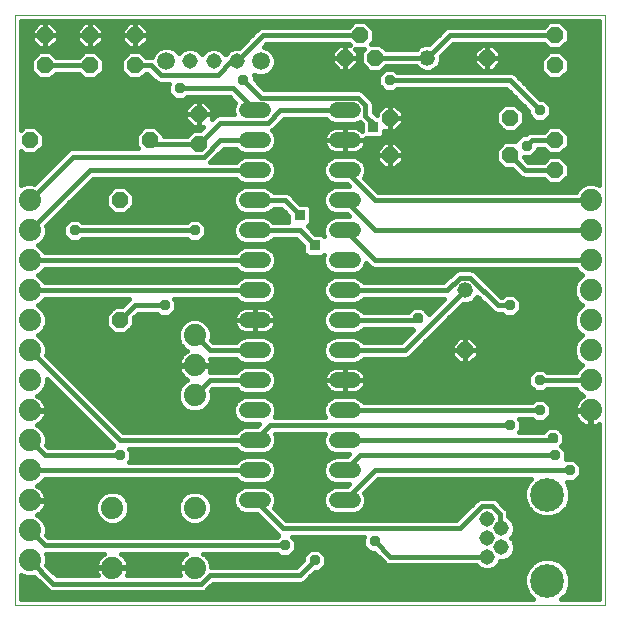
<source format=gbl>
G75*
%MOIN*%
%OFA0B0*%
%FSLAX25Y25*%
%IPPOS*%
%LPD*%
%AMOC8*
5,1,8,0,0,1.08239X$1,22.5*
%
%ADD10C,0.00000*%
%ADD11OC8,0.05200*%
%ADD12C,0.05200*%
%ADD13C,0.05150*%
%ADD14C,0.11220*%
%ADD15C,0.05200*%
%ADD16C,0.05937*%
%ADD17C,0.07400*%
%ADD18C,0.01600*%
%ADD19OC8,0.03562*%
%ADD20R,0.03562X0.03562*%
D10*
X0001800Y0001800D02*
X0001800Y0198650D01*
X0198650Y0198650D01*
X0198650Y0001800D01*
X0001800Y0001800D01*
D11*
X0036800Y0096800D03*
X0036800Y0136800D03*
X0046800Y0156800D03*
X0063050Y0155550D03*
X0063050Y0165550D03*
X0041800Y0181800D03*
X0041800Y0191800D03*
X0026800Y0191800D03*
X0026800Y0181800D03*
X0011800Y0181800D03*
X0011800Y0191800D03*
X0006800Y0156800D03*
X0111800Y0184300D03*
X0116800Y0191800D03*
X0121800Y0184300D03*
X0126800Y0164300D03*
X0126800Y0151800D03*
X0159300Y0184300D03*
X0166800Y0164300D03*
X0166800Y0151800D03*
X0181800Y0146800D03*
X0181800Y0156800D03*
X0181800Y0181800D03*
X0181800Y0191800D03*
X0151800Y0086800D03*
D12*
X0151800Y0106800D03*
X0139300Y0184300D03*
D13*
X0075924Y0183050D03*
X0068050Y0183050D03*
X0060176Y0183050D03*
X0159221Y0030599D03*
X0163946Y0027450D03*
X0159221Y0024300D03*
X0163946Y0021150D03*
X0159221Y0018001D03*
D14*
X0179300Y0009930D03*
X0179300Y0038670D03*
D15*
X0114400Y0036800D02*
X0109200Y0036800D01*
X0109200Y0046800D02*
X0114400Y0046800D01*
X0114400Y0056800D02*
X0109200Y0056800D01*
X0109200Y0066800D02*
X0114400Y0066800D01*
X0114400Y0076800D02*
X0109200Y0076800D01*
X0109200Y0086800D02*
X0114400Y0086800D01*
X0114400Y0096800D02*
X0109200Y0096800D01*
X0109200Y0106800D02*
X0114400Y0106800D01*
X0114400Y0116800D02*
X0109200Y0116800D01*
X0109200Y0126800D02*
X0114400Y0126800D01*
X0114400Y0136800D02*
X0109200Y0136800D01*
X0109200Y0146800D02*
X0114400Y0146800D01*
X0114400Y0156800D02*
X0109200Y0156800D01*
X0109200Y0166800D02*
X0114400Y0166800D01*
X0084400Y0166800D02*
X0079200Y0166800D01*
X0079200Y0156800D02*
X0084400Y0156800D01*
X0084400Y0146800D02*
X0079200Y0146800D01*
X0079200Y0136800D02*
X0084400Y0136800D01*
X0084400Y0126800D02*
X0079200Y0126800D01*
X0079200Y0116800D02*
X0084400Y0116800D01*
X0084400Y0106800D02*
X0079200Y0106800D01*
X0079200Y0096800D02*
X0084400Y0096800D01*
X0084400Y0086800D02*
X0079200Y0086800D01*
X0079200Y0076800D02*
X0084400Y0076800D01*
X0084400Y0066800D02*
X0079200Y0066800D01*
X0079200Y0056800D02*
X0084400Y0056800D01*
X0084400Y0046800D02*
X0079200Y0046800D01*
X0079200Y0036800D02*
X0084400Y0036800D01*
D16*
X0083798Y0183050D03*
X0052302Y0183050D03*
D17*
X0006800Y0136800D03*
X0006800Y0126800D03*
X0006800Y0116800D03*
X0006800Y0106800D03*
X0006800Y0096800D03*
X0006800Y0086800D03*
X0006800Y0076800D03*
X0006800Y0066800D03*
X0006800Y0056800D03*
X0006800Y0046800D03*
X0006800Y0036800D03*
X0006800Y0026800D03*
X0006800Y0016800D03*
X0034300Y0014300D03*
X0034300Y0034300D03*
X0061800Y0034300D03*
X0061800Y0014300D03*
X0061800Y0071800D03*
X0061800Y0081800D03*
X0061800Y0091800D03*
X0193800Y0086800D03*
X0193800Y0076800D03*
X0193800Y0066800D03*
X0193800Y0096800D03*
X0193800Y0106800D03*
X0193800Y0116800D03*
X0193800Y0126800D03*
X0193800Y0136800D03*
D18*
X0121800Y0136800D01*
X0111800Y0146800D01*
X0112440Y0142200D02*
X0108285Y0142200D01*
X0106594Y0142900D01*
X0105300Y0144194D01*
X0104600Y0145885D01*
X0104600Y0147715D01*
X0105300Y0149406D01*
X0106594Y0150700D01*
X0108285Y0151400D01*
X0115315Y0151400D01*
X0117006Y0150700D01*
X0118300Y0149406D01*
X0119000Y0147715D01*
X0119000Y0145885D01*
X0118319Y0144241D01*
X0122960Y0139600D01*
X0188790Y0139600D01*
X0188968Y0140029D01*
X0190571Y0141632D01*
X0192666Y0142500D01*
X0194934Y0142500D01*
X0196650Y0141789D01*
X0196650Y0196650D01*
X0003800Y0196650D01*
X0003800Y0160305D01*
X0004895Y0161400D01*
X0008705Y0161400D01*
X0011400Y0158705D01*
X0011400Y0154895D01*
X0008705Y0152200D01*
X0004895Y0152200D01*
X0003800Y0153295D01*
X0003800Y0141727D01*
X0005666Y0142500D01*
X0007934Y0142500D01*
X0008363Y0142322D01*
X0018976Y0152936D01*
X0019764Y0153724D01*
X0020793Y0154150D01*
X0042945Y0154150D01*
X0042200Y0154895D01*
X0042200Y0158705D01*
X0044895Y0161400D01*
X0048705Y0161400D01*
X0051400Y0158705D01*
X0051400Y0158350D01*
X0059345Y0158350D01*
X0061145Y0160150D01*
X0063690Y0160150D01*
X0064690Y0161150D01*
X0063050Y0161150D01*
X0063050Y0165550D01*
X0063050Y0165550D01*
X0063050Y0169950D01*
X0064873Y0169950D01*
X0067450Y0167373D01*
X0067450Y0165550D01*
X0063050Y0165550D01*
X0063050Y0165550D01*
X0063050Y0165550D01*
X0063050Y0165550D01*
X0058650Y0165550D01*
X0058650Y0167373D01*
X0061227Y0169950D01*
X0063050Y0169950D01*
X0063050Y0165550D01*
X0067450Y0165550D01*
X0067450Y0163910D01*
X0067726Y0164186D01*
X0068514Y0164974D01*
X0069543Y0165400D01*
X0074801Y0165400D01*
X0074600Y0165885D01*
X0074600Y0167715D01*
X0075281Y0169359D01*
X0073360Y0171280D01*
X0059347Y0171280D01*
X0058366Y0170299D01*
X0055234Y0170299D01*
X0053019Y0172514D01*
X0053019Y0175646D01*
X0053054Y0175681D01*
X0049853Y0175681D01*
X0048824Y0176108D01*
X0048036Y0176895D01*
X0045931Y0179000D01*
X0045505Y0179000D01*
X0043705Y0177200D01*
X0039895Y0177200D01*
X0037200Y0179895D01*
X0037200Y0183705D01*
X0039895Y0186400D01*
X0043705Y0186400D01*
X0045505Y0184600D01*
X0047566Y0184600D01*
X0048090Y0185864D01*
X0049488Y0187262D01*
X0051314Y0188018D01*
X0053290Y0188018D01*
X0055116Y0187262D01*
X0056514Y0185864D01*
X0056516Y0185860D01*
X0057585Y0186928D01*
X0059266Y0187625D01*
X0061086Y0187625D01*
X0062767Y0186928D01*
X0064054Y0185641D01*
X0064113Y0185500D01*
X0064172Y0185641D01*
X0065459Y0186928D01*
X0067140Y0187625D01*
X0068960Y0187625D01*
X0070641Y0186928D01*
X0071928Y0185641D01*
X0071987Y0185500D01*
X0072046Y0185641D01*
X0073333Y0186928D01*
X0075014Y0187625D01*
X0076539Y0187625D01*
X0082300Y0193386D01*
X0083088Y0194174D01*
X0084117Y0194600D01*
X0113095Y0194600D01*
X0114895Y0196400D01*
X0118705Y0196400D01*
X0121400Y0193705D01*
X0121400Y0189895D01*
X0120405Y0188900D01*
X0123705Y0188900D01*
X0125505Y0187100D01*
X0135595Y0187100D01*
X0136694Y0188200D01*
X0138385Y0188900D01*
X0139940Y0188900D01*
X0144426Y0193386D01*
X0145214Y0194174D01*
X0146243Y0194600D01*
X0178095Y0194600D01*
X0179895Y0196400D01*
X0183705Y0196400D01*
X0186400Y0193705D01*
X0186400Y0189895D01*
X0183705Y0187200D01*
X0179895Y0187200D01*
X0178095Y0189000D01*
X0147960Y0189000D01*
X0143900Y0184940D01*
X0143900Y0183385D01*
X0143200Y0181694D01*
X0141906Y0180400D01*
X0140215Y0179700D01*
X0138385Y0179700D01*
X0136694Y0180400D01*
X0135595Y0181500D01*
X0125505Y0181500D01*
X0123705Y0179700D01*
X0119895Y0179700D01*
X0117200Y0182395D01*
X0117200Y0186205D01*
X0118195Y0187200D01*
X0115123Y0187200D01*
X0116200Y0186123D01*
X0116200Y0184300D01*
X0111800Y0184300D01*
X0111800Y0184300D01*
X0111800Y0184300D01*
X0111800Y0188700D01*
X0113395Y0188700D01*
X0113095Y0189000D01*
X0085834Y0189000D01*
X0084833Y0187999D01*
X0086612Y0187262D01*
X0088010Y0185864D01*
X0088767Y0184038D01*
X0088767Y0182062D01*
X0088010Y0180236D01*
X0086612Y0178838D01*
X0084786Y0178081D01*
X0082810Y0178081D01*
X0081582Y0178590D01*
X0081733Y0178440D01*
X0081733Y0177052D01*
X0084985Y0173800D01*
X0116697Y0173800D01*
X0117726Y0173374D01*
X0118513Y0172586D01*
X0120186Y0170913D01*
X0120974Y0170126D01*
X0121400Y0169097D01*
X0121400Y0166160D01*
X0122400Y0165160D01*
X0122400Y0166123D01*
X0124977Y0168700D01*
X0126800Y0168700D01*
X0126800Y0164300D01*
X0126800Y0164300D01*
X0131200Y0164300D01*
X0131200Y0166123D01*
X0128623Y0168700D01*
X0126800Y0168700D01*
X0126800Y0164300D01*
X0126800Y0164300D01*
X0131200Y0164300D01*
X0131200Y0162477D01*
X0128623Y0159900D01*
X0126800Y0159900D01*
X0126800Y0164300D01*
X0126800Y0164300D01*
X0126800Y0159900D01*
X0124977Y0159900D01*
X0124946Y0159932D01*
X0124946Y0158555D01*
X0123774Y0157384D01*
X0118762Y0157384D01*
X0118800Y0157146D01*
X0118800Y0156800D01*
X0111800Y0156800D01*
X0111800Y0156800D01*
X0111800Y0156800D01*
X0111800Y0161200D01*
X0114746Y0161200D01*
X0115430Y0161092D01*
X0116089Y0160878D01*
X0116706Y0160563D01*
X0117266Y0160156D01*
X0117384Y0160039D01*
X0117384Y0162257D01*
X0116818Y0162822D01*
X0115315Y0162200D01*
X0108285Y0162200D01*
X0106594Y0162900D01*
X0105495Y0164000D01*
X0091500Y0164000D01*
X0088513Y0161014D01*
X0087726Y0160226D01*
X0087551Y0160154D01*
X0088300Y0159406D01*
X0089000Y0157715D01*
X0089000Y0155885D01*
X0088300Y0154194D01*
X0087006Y0152900D01*
X0085315Y0152200D01*
X0078285Y0152200D01*
X0076594Y0152900D01*
X0075495Y0154000D01*
X0071400Y0154000D01*
X0067163Y0149764D01*
X0066999Y0149600D01*
X0075495Y0149600D01*
X0076594Y0150700D01*
X0078285Y0151400D01*
X0085315Y0151400D01*
X0087006Y0150700D01*
X0088300Y0149406D01*
X0089000Y0147715D01*
X0089000Y0145885D01*
X0088300Y0144194D01*
X0087006Y0142900D01*
X0085315Y0142200D01*
X0078285Y0142200D01*
X0076594Y0142900D01*
X0075495Y0144000D01*
X0027960Y0144000D01*
X0012322Y0128363D01*
X0012500Y0127934D01*
X0012500Y0125666D01*
X0011632Y0123571D01*
X0010029Y0121968D01*
X0009624Y0121800D01*
X0010029Y0121632D01*
X0011632Y0120029D01*
X0011810Y0119600D01*
X0075495Y0119600D01*
X0076594Y0120700D01*
X0078285Y0121400D01*
X0085315Y0121400D01*
X0087006Y0120700D01*
X0088300Y0119406D01*
X0089000Y0117715D01*
X0089000Y0115885D01*
X0088300Y0114194D01*
X0087006Y0112900D01*
X0085315Y0112200D01*
X0078285Y0112200D01*
X0076594Y0112900D01*
X0075495Y0114000D01*
X0011810Y0114000D01*
X0011632Y0113571D01*
X0010029Y0111968D01*
X0009624Y0111800D01*
X0010029Y0111632D01*
X0011632Y0110029D01*
X0011810Y0109600D01*
X0075495Y0109600D01*
X0076594Y0110700D01*
X0078285Y0111400D01*
X0085315Y0111400D01*
X0087006Y0110700D01*
X0088300Y0109406D01*
X0089000Y0107715D01*
X0089000Y0105885D01*
X0088300Y0104194D01*
X0087006Y0102900D01*
X0085315Y0102200D01*
X0078285Y0102200D01*
X0076594Y0102900D01*
X0075495Y0104000D01*
X0054947Y0104000D01*
X0055581Y0103366D01*
X0055581Y0100234D01*
X0053366Y0098019D01*
X0050234Y0098019D01*
X0049253Y0099000D01*
X0042960Y0099000D01*
X0041400Y0097440D01*
X0041400Y0094895D01*
X0038705Y0092200D01*
X0034895Y0092200D01*
X0032200Y0094895D01*
X0032200Y0098705D01*
X0034895Y0101400D01*
X0037440Y0101400D01*
X0039426Y0103386D01*
X0040040Y0104000D01*
X0011810Y0104000D01*
X0011632Y0103571D01*
X0010029Y0101968D01*
X0009624Y0101800D01*
X0010029Y0101632D01*
X0011632Y0100029D01*
X0012500Y0097934D01*
X0012500Y0095666D01*
X0011632Y0093571D01*
X0010029Y0091968D01*
X0009624Y0091800D01*
X0010029Y0091632D01*
X0011632Y0090029D01*
X0012500Y0087934D01*
X0012500Y0085666D01*
X0012322Y0085237D01*
X0037960Y0059600D01*
X0075495Y0059600D01*
X0076594Y0060700D01*
X0078285Y0061400D01*
X0082440Y0061400D01*
X0083240Y0062200D01*
X0078285Y0062200D01*
X0076594Y0062900D01*
X0075300Y0064194D01*
X0074600Y0065885D01*
X0074600Y0067715D01*
X0075300Y0069406D01*
X0076594Y0070700D01*
X0078285Y0071400D01*
X0085315Y0071400D01*
X0087006Y0070700D01*
X0088300Y0069406D01*
X0089000Y0067715D01*
X0089000Y0065885D01*
X0088468Y0064600D01*
X0105132Y0064600D01*
X0104600Y0065885D01*
X0104600Y0067715D01*
X0105300Y0069406D01*
X0106594Y0070700D01*
X0108285Y0071400D01*
X0115315Y0071400D01*
X0117006Y0070700D01*
X0118105Y0069600D01*
X0174253Y0069600D01*
X0175234Y0070581D01*
X0178366Y0070581D01*
X0180581Y0068366D01*
X0180581Y0065234D01*
X0178366Y0063019D01*
X0175234Y0063019D01*
X0174253Y0064000D01*
X0169947Y0064000D01*
X0170581Y0063366D01*
X0170581Y0060234D01*
X0169947Y0059600D01*
X0178028Y0059600D01*
X0179621Y0061194D01*
X0182754Y0061194D01*
X0184969Y0058979D01*
X0184969Y0055846D01*
X0184035Y0054912D01*
X0185581Y0053366D01*
X0185581Y0050581D01*
X0188366Y0050581D01*
X0190581Y0048366D01*
X0190581Y0045234D01*
X0188366Y0043019D01*
X0185714Y0043019D01*
X0185752Y0042981D01*
X0186910Y0040184D01*
X0186910Y0037156D01*
X0185752Y0034359D01*
X0183611Y0032218D01*
X0180814Y0031060D01*
X0177786Y0031060D01*
X0174989Y0032218D01*
X0172848Y0034359D01*
X0171690Y0037156D01*
X0171690Y0040184D01*
X0172848Y0042981D01*
X0173867Y0044000D01*
X0122960Y0044000D01*
X0118319Y0039359D01*
X0119000Y0037715D01*
X0119000Y0035885D01*
X0118300Y0034194D01*
X0117006Y0032900D01*
X0115315Y0032200D01*
X0108285Y0032200D01*
X0106594Y0032900D01*
X0105300Y0034194D01*
X0104600Y0035885D01*
X0104600Y0037715D01*
X0105300Y0039406D01*
X0106594Y0040700D01*
X0108285Y0041400D01*
X0112440Y0041400D01*
X0113240Y0042200D01*
X0108285Y0042200D01*
X0106594Y0042900D01*
X0105300Y0044194D01*
X0104600Y0045885D01*
X0104600Y0047715D01*
X0105300Y0049406D01*
X0106594Y0050700D01*
X0108285Y0051400D01*
X0112440Y0051400D01*
X0113240Y0052200D01*
X0108285Y0052200D01*
X0106594Y0052900D01*
X0105300Y0054194D01*
X0104600Y0055885D01*
X0104600Y0057715D01*
X0105132Y0059000D01*
X0088468Y0059000D01*
X0089000Y0057715D01*
X0089000Y0055885D01*
X0088300Y0054194D01*
X0087006Y0052900D01*
X0085315Y0052200D01*
X0078285Y0052200D01*
X0076594Y0052900D01*
X0075495Y0054000D01*
X0039947Y0054000D01*
X0040581Y0053366D01*
X0040581Y0050234D01*
X0039947Y0049600D01*
X0075495Y0049600D01*
X0076594Y0050700D01*
X0078285Y0051400D01*
X0085315Y0051400D01*
X0087006Y0050700D01*
X0088300Y0049406D01*
X0089000Y0047715D01*
X0089000Y0045885D01*
X0088300Y0044194D01*
X0087006Y0042900D01*
X0085315Y0042200D01*
X0078285Y0042200D01*
X0076594Y0042900D01*
X0075495Y0044000D01*
X0011810Y0044000D01*
X0011632Y0043571D01*
X0010029Y0041968D01*
X0009336Y0041681D01*
X0009683Y0041504D01*
X0010383Y0040995D01*
X0010995Y0040383D01*
X0011504Y0039683D01*
X0011897Y0038911D01*
X0012165Y0038088D01*
X0012300Y0037233D01*
X0012300Y0037000D01*
X0007000Y0037000D01*
X0007000Y0036600D01*
X0012300Y0036600D01*
X0012300Y0036367D01*
X0012165Y0035512D01*
X0011897Y0034689D01*
X0011504Y0033917D01*
X0010995Y0033217D01*
X0010383Y0032605D01*
X0009683Y0032096D01*
X0009336Y0031919D01*
X0010029Y0031632D01*
X0011632Y0030029D01*
X0012500Y0027934D01*
X0012500Y0025666D01*
X0012322Y0025237D01*
X0012960Y0024600D01*
X0089253Y0024600D01*
X0089680Y0025028D01*
X0089564Y0025076D01*
X0088777Y0025864D01*
X0088777Y0025864D01*
X0082440Y0032200D01*
X0078285Y0032200D01*
X0076594Y0032900D01*
X0075300Y0034194D01*
X0074600Y0035885D01*
X0074600Y0037715D01*
X0075300Y0039406D01*
X0076594Y0040700D01*
X0078285Y0041400D01*
X0085315Y0041400D01*
X0087006Y0040700D01*
X0088300Y0039406D01*
X0089000Y0037715D01*
X0089000Y0035885D01*
X0088319Y0034241D01*
X0092310Y0030250D01*
X0149008Y0030250D01*
X0155906Y0037148D01*
X0156935Y0037574D01*
X0161507Y0037574D01*
X0162537Y0037148D01*
X0164982Y0034702D01*
X0164982Y0034702D01*
X0165770Y0033915D01*
X0166196Y0032885D01*
X0166196Y0031469D01*
X0166537Y0031328D01*
X0167824Y0030041D01*
X0168520Y0028360D01*
X0168520Y0026540D01*
X0167824Y0024858D01*
X0167266Y0024300D01*
X0167824Y0023742D01*
X0168520Y0022060D01*
X0168520Y0020240D01*
X0167824Y0018559D01*
X0166537Y0017272D01*
X0164856Y0016576D01*
X0163583Y0016576D01*
X0163100Y0015409D01*
X0161813Y0014122D01*
X0160131Y0013426D01*
X0158311Y0013426D01*
X0156630Y0014122D01*
X0155552Y0015201D01*
X0126290Y0015201D01*
X0125261Y0015627D01*
X0124473Y0016415D01*
X0121621Y0019267D01*
X0120234Y0019267D01*
X0118019Y0021482D01*
X0118019Y0024614D01*
X0118054Y0024650D01*
X0094298Y0024650D01*
X0095581Y0023366D01*
X0095581Y0020234D01*
X0093366Y0018019D01*
X0090234Y0018019D01*
X0089253Y0019000D01*
X0064688Y0019000D01*
X0065383Y0018495D01*
X0065995Y0017883D01*
X0066504Y0017183D01*
X0066897Y0016411D01*
X0067165Y0015588D01*
X0067300Y0014733D01*
X0067300Y0014600D01*
X0095640Y0014600D01*
X0098019Y0016979D01*
X0098019Y0018366D01*
X0100234Y0020581D01*
X0103366Y0020581D01*
X0105581Y0018366D01*
X0105581Y0015234D01*
X0103366Y0013019D01*
X0101979Y0013019D01*
X0098386Y0009426D01*
X0097357Y0009000D01*
X0067955Y0009000D01*
X0066369Y0007414D01*
X0065581Y0006626D01*
X0064552Y0006200D01*
X0014043Y0006200D01*
X0013014Y0006626D01*
X0012226Y0007414D01*
X0008363Y0011278D01*
X0007934Y0011100D01*
X0005666Y0011100D01*
X0003800Y0011873D01*
X0003800Y0003800D01*
X0174667Y0003800D01*
X0172848Y0005619D01*
X0171690Y0008416D01*
X0171690Y0011444D01*
X0172848Y0014241D01*
X0174989Y0016382D01*
X0177786Y0017540D01*
X0180814Y0017540D01*
X0183611Y0016382D01*
X0185752Y0014241D01*
X0186910Y0011444D01*
X0186910Y0008416D01*
X0185752Y0005619D01*
X0183933Y0003800D01*
X0196650Y0003800D01*
X0196650Y0062080D01*
X0195911Y0061703D01*
X0195088Y0061435D01*
X0194233Y0061300D01*
X0194000Y0061300D01*
X0194000Y0066600D01*
X0193600Y0066600D01*
X0193600Y0061300D01*
X0193367Y0061300D01*
X0192512Y0061435D01*
X0191689Y0061703D01*
X0190917Y0062096D01*
X0190217Y0062605D01*
X0189605Y0063217D01*
X0189096Y0063917D01*
X0188703Y0064689D01*
X0188435Y0065512D01*
X0188300Y0066367D01*
X0188300Y0066600D01*
X0193600Y0066600D01*
X0193600Y0067000D01*
X0188300Y0067000D01*
X0188300Y0067233D01*
X0188435Y0068088D01*
X0188703Y0068911D01*
X0189096Y0069683D01*
X0189605Y0070383D01*
X0190217Y0070995D01*
X0190917Y0071504D01*
X0191264Y0071681D01*
X0190571Y0071968D01*
X0188968Y0073571D01*
X0188790Y0074000D01*
X0179347Y0074000D01*
X0178366Y0073019D01*
X0175234Y0073019D01*
X0173019Y0075234D01*
X0173019Y0078366D01*
X0175234Y0080581D01*
X0178366Y0080581D01*
X0179347Y0079600D01*
X0188790Y0079600D01*
X0188968Y0080029D01*
X0190571Y0081632D01*
X0190976Y0081800D01*
X0190571Y0081968D01*
X0188968Y0083571D01*
X0188100Y0085666D01*
X0188100Y0087934D01*
X0188968Y0090029D01*
X0190571Y0091632D01*
X0190976Y0091800D01*
X0190571Y0091968D01*
X0188968Y0093571D01*
X0188100Y0095666D01*
X0188100Y0097934D01*
X0188968Y0100029D01*
X0190571Y0101632D01*
X0190976Y0101800D01*
X0190571Y0101968D01*
X0188968Y0103571D01*
X0188100Y0105666D01*
X0188100Y0107934D01*
X0188968Y0110029D01*
X0190571Y0111632D01*
X0190976Y0111800D01*
X0190571Y0111968D01*
X0188968Y0113571D01*
X0188790Y0114000D01*
X0121243Y0114000D01*
X0120214Y0114426D01*
X0119426Y0115214D01*
X0118928Y0115712D01*
X0118300Y0114194D01*
X0117006Y0112900D01*
X0115315Y0112200D01*
X0108285Y0112200D01*
X0106594Y0112900D01*
X0105300Y0114194D01*
X0104600Y0115885D01*
X0104600Y0117715D01*
X0104950Y0118559D01*
X0104410Y0118019D01*
X0099190Y0118019D01*
X0098019Y0119190D01*
X0098019Y0121621D01*
X0095640Y0124000D01*
X0088105Y0124000D01*
X0087006Y0122900D01*
X0085315Y0122200D01*
X0078285Y0122200D01*
X0076594Y0122900D01*
X0075300Y0124194D01*
X0074600Y0125885D01*
X0074600Y0127715D01*
X0075300Y0129406D01*
X0076594Y0130700D01*
X0078285Y0131400D01*
X0085315Y0131400D01*
X0087006Y0130700D01*
X0088105Y0129600D01*
X0093019Y0129600D01*
X0093019Y0131621D01*
X0090640Y0134000D01*
X0088105Y0134000D01*
X0087006Y0132900D01*
X0085315Y0132200D01*
X0078285Y0132200D01*
X0076594Y0132900D01*
X0075300Y0134194D01*
X0074600Y0135885D01*
X0074600Y0137715D01*
X0075300Y0139406D01*
X0076594Y0140700D01*
X0078285Y0141400D01*
X0085315Y0141400D01*
X0087006Y0140700D01*
X0088105Y0139600D01*
X0092357Y0139600D01*
X0093386Y0139174D01*
X0094174Y0138386D01*
X0096979Y0135581D01*
X0099410Y0135581D01*
X0100581Y0134410D01*
X0100581Y0129190D01*
X0099475Y0128085D01*
X0101979Y0125581D01*
X0104410Y0125581D01*
X0104950Y0125041D01*
X0104600Y0125885D01*
X0104600Y0127715D01*
X0105300Y0129406D01*
X0106594Y0130700D01*
X0108285Y0131400D01*
X0113240Y0131400D01*
X0112440Y0132200D01*
X0108285Y0132200D01*
X0106594Y0132900D01*
X0105300Y0134194D01*
X0104600Y0135885D01*
X0104600Y0137715D01*
X0105300Y0139406D01*
X0106594Y0140700D01*
X0108285Y0141400D01*
X0113240Y0141400D01*
X0112440Y0142200D01*
X0107636Y0142469D02*
X0085964Y0142469D01*
X0086593Y0140870D02*
X0107007Y0140870D01*
X0105245Y0139272D02*
X0093149Y0139272D01*
X0094886Y0137673D02*
X0104600Y0137673D01*
X0104600Y0136075D02*
X0096485Y0136075D01*
X0096800Y0131800D02*
X0091800Y0136800D01*
X0081800Y0136800D01*
X0077007Y0140870D02*
X0039235Y0140870D01*
X0038705Y0141400D02*
X0034895Y0141400D01*
X0032200Y0138705D01*
X0032200Y0134895D01*
X0034895Y0132200D01*
X0038705Y0132200D01*
X0041400Y0134895D01*
X0041400Y0138705D01*
X0038705Y0141400D01*
X0040833Y0139272D02*
X0075245Y0139272D01*
X0074600Y0137673D02*
X0041400Y0137673D01*
X0041400Y0136075D02*
X0074600Y0136075D01*
X0075183Y0134476D02*
X0040982Y0134476D01*
X0039383Y0132878D02*
X0076648Y0132878D01*
X0077994Y0131279D02*
X0015239Y0131279D01*
X0013641Y0129681D02*
X0019334Y0129681D01*
X0020234Y0130581D02*
X0018019Y0128366D01*
X0018019Y0125234D01*
X0020234Y0123019D01*
X0023366Y0123019D01*
X0024347Y0124000D01*
X0059253Y0124000D01*
X0060234Y0123019D01*
X0063366Y0123019D01*
X0065581Y0125234D01*
X0065581Y0128366D01*
X0063366Y0130581D01*
X0060234Y0130581D01*
X0059253Y0129600D01*
X0024347Y0129600D01*
X0023366Y0130581D01*
X0020234Y0130581D01*
X0021800Y0126800D02*
X0061800Y0126800D01*
X0059334Y0129681D02*
X0024266Y0129681D01*
X0023634Y0123287D02*
X0059966Y0123287D01*
X0063634Y0123287D02*
X0076208Y0123287D01*
X0075014Y0124885D02*
X0065233Y0124885D01*
X0065581Y0126484D02*
X0074600Y0126484D01*
X0074752Y0128082D02*
X0065581Y0128082D01*
X0064266Y0129681D02*
X0075576Y0129681D01*
X0081800Y0126800D02*
X0096800Y0126800D01*
X0101800Y0121800D01*
X0097952Y0121688D02*
X0009893Y0121688D01*
X0011348Y0123287D02*
X0019966Y0123287D01*
X0018367Y0124885D02*
X0012177Y0124885D01*
X0012500Y0126484D02*
X0018019Y0126484D01*
X0018019Y0128082D02*
X0012438Y0128082D01*
X0006800Y0126800D02*
X0026800Y0146800D01*
X0081800Y0146800D01*
X0077636Y0142469D02*
X0026429Y0142469D01*
X0024830Y0140870D02*
X0034365Y0140870D01*
X0032767Y0139272D02*
X0023232Y0139272D01*
X0021633Y0137673D02*
X0032200Y0137673D01*
X0032200Y0136075D02*
X0020035Y0136075D01*
X0018436Y0134476D02*
X0032618Y0134476D01*
X0034217Y0132878D02*
X0016838Y0132878D01*
X0008509Y0142469D02*
X0008009Y0142469D01*
X0005591Y0142469D02*
X0003800Y0142469D01*
X0003800Y0144068D02*
X0010108Y0144068D01*
X0011706Y0145666D02*
X0003800Y0145666D01*
X0003800Y0147265D02*
X0013305Y0147265D01*
X0014903Y0148863D02*
X0003800Y0148863D01*
X0003800Y0150462D02*
X0016502Y0150462D01*
X0018100Y0152060D02*
X0003800Y0152060D01*
X0010164Y0153659D02*
X0019699Y0153659D01*
X0021350Y0151350D02*
X0064790Y0151350D01*
X0070240Y0156800D01*
X0081800Y0156800D01*
X0087653Y0160053D02*
X0106230Y0160053D01*
X0106334Y0160156D02*
X0105844Y0159666D01*
X0105437Y0159106D01*
X0105122Y0158489D01*
X0104908Y0157830D01*
X0104800Y0157146D01*
X0104800Y0156800D01*
X0111800Y0156800D01*
X0118800Y0156800D01*
X0118800Y0156454D01*
X0118692Y0155770D01*
X0118478Y0155111D01*
X0118163Y0154494D01*
X0117756Y0153934D01*
X0117266Y0153444D01*
X0116706Y0153037D01*
X0116089Y0152722D01*
X0115430Y0152508D01*
X0114746Y0152400D01*
X0111800Y0152400D01*
X0111800Y0156800D01*
X0111800Y0156800D01*
X0111800Y0156800D01*
X0111800Y0161200D01*
X0108854Y0161200D01*
X0108170Y0161092D01*
X0107511Y0160878D01*
X0106894Y0160563D01*
X0106334Y0160156D01*
X0105111Y0158454D02*
X0088694Y0158454D01*
X0089000Y0156856D02*
X0104800Y0156856D01*
X0104800Y0156800D02*
X0104800Y0156454D01*
X0104908Y0155770D01*
X0105122Y0155111D01*
X0105437Y0154494D01*
X0105844Y0153934D01*
X0106334Y0153444D01*
X0106894Y0153037D01*
X0107511Y0152722D01*
X0108170Y0152508D01*
X0108854Y0152400D01*
X0111800Y0152400D01*
X0111800Y0156800D01*
X0104800Y0156800D01*
X0105075Y0155257D02*
X0088740Y0155257D01*
X0087764Y0153659D02*
X0106119Y0153659D01*
X0106356Y0150462D02*
X0087244Y0150462D01*
X0088524Y0148863D02*
X0105076Y0148863D01*
X0104600Y0147265D02*
X0089000Y0147265D01*
X0088909Y0145666D02*
X0104691Y0145666D01*
X0105427Y0144068D02*
X0088173Y0144068D01*
X0086952Y0132878D02*
X0091762Y0132878D01*
X0093019Y0131279D02*
X0085606Y0131279D01*
X0088024Y0129681D02*
X0093019Y0129681D01*
X0099477Y0128082D02*
X0104752Y0128082D01*
X0104600Y0126484D02*
X0101076Y0126484D01*
X0100581Y0129681D02*
X0105576Y0129681D01*
X0107994Y0131279D02*
X0100581Y0131279D01*
X0100581Y0132878D02*
X0106648Y0132878D01*
X0105183Y0134476D02*
X0100514Y0134476D01*
X0096353Y0123287D02*
X0087392Y0123287D01*
X0087616Y0120090D02*
X0098019Y0120090D01*
X0098718Y0118491D02*
X0088678Y0118491D01*
X0089000Y0116893D02*
X0104600Y0116893D01*
X0104845Y0115294D02*
X0088755Y0115294D01*
X0087801Y0113696D02*
X0105799Y0113696D01*
X0106594Y0110700D02*
X0105300Y0109406D01*
X0104600Y0107715D01*
X0104600Y0105885D01*
X0105300Y0104194D01*
X0106594Y0102900D01*
X0108285Y0102200D01*
X0115315Y0102200D01*
X0117006Y0102900D01*
X0118105Y0104000D01*
X0145040Y0104000D01*
X0139969Y0098928D01*
X0139969Y0098979D01*
X0137754Y0101194D01*
X0134621Y0101194D01*
X0133028Y0099600D01*
X0118105Y0099600D01*
X0117006Y0100700D01*
X0115315Y0101400D01*
X0108285Y0101400D01*
X0106594Y0100700D01*
X0105300Y0099406D01*
X0104600Y0097715D01*
X0104600Y0095885D01*
X0105300Y0094194D01*
X0106594Y0092900D01*
X0108285Y0092200D01*
X0115315Y0092200D01*
X0117006Y0092900D01*
X0118105Y0094000D01*
X0134253Y0094000D01*
X0134621Y0093631D01*
X0134672Y0093631D01*
X0130640Y0089600D01*
X0118105Y0089600D01*
X0117006Y0090700D01*
X0115315Y0091400D01*
X0108285Y0091400D01*
X0106594Y0090700D01*
X0105300Y0089406D01*
X0104600Y0087715D01*
X0104600Y0085885D01*
X0105300Y0084194D01*
X0106594Y0082900D01*
X0108285Y0082200D01*
X0115315Y0082200D01*
X0117006Y0082900D01*
X0118105Y0084000D01*
X0132357Y0084000D01*
X0133386Y0084426D01*
X0134174Y0085214D01*
X0151160Y0102200D01*
X0152715Y0102200D01*
X0154406Y0102900D01*
X0155700Y0104194D01*
X0155901Y0104679D01*
X0161154Y0099426D01*
X0162183Y0099000D01*
X0164253Y0099000D01*
X0165234Y0098019D01*
X0168366Y0098019D01*
X0170581Y0100234D01*
X0170581Y0103366D01*
X0168366Y0105581D01*
X0165234Y0105581D01*
X0164253Y0104600D01*
X0163900Y0104600D01*
X0155126Y0113374D01*
X0154097Y0113800D01*
X0149503Y0113800D01*
X0148474Y0113374D01*
X0144700Y0109600D01*
X0118105Y0109600D01*
X0117006Y0110700D01*
X0115315Y0111400D01*
X0108285Y0111400D01*
X0106594Y0110700D01*
X0106393Y0110499D02*
X0087207Y0110499D01*
X0088509Y0108900D02*
X0105091Y0108900D01*
X0104600Y0107302D02*
X0089000Y0107302D01*
X0088925Y0105703D02*
X0104675Y0105703D01*
X0105390Y0104105D02*
X0088210Y0104105D01*
X0086054Y0102506D02*
X0107546Y0102506D01*
X0107097Y0100908D02*
X0085996Y0100908D01*
X0086089Y0100878D02*
X0085430Y0101092D01*
X0084746Y0101200D01*
X0081800Y0101200D01*
X0081800Y0096800D01*
X0081800Y0096800D01*
X0088800Y0096800D01*
X0088800Y0097146D01*
X0088692Y0097830D01*
X0088478Y0098489D01*
X0088163Y0099106D01*
X0087756Y0099666D01*
X0087266Y0100156D01*
X0086706Y0100563D01*
X0086089Y0100878D01*
X0088016Y0099309D02*
X0105260Y0099309D01*
X0104600Y0097711D02*
X0088711Y0097711D01*
X0088800Y0096800D02*
X0081800Y0096800D01*
X0081800Y0096800D01*
X0081800Y0092400D01*
X0084746Y0092400D01*
X0085430Y0092508D01*
X0086089Y0092722D01*
X0086706Y0093037D01*
X0087266Y0093444D01*
X0087756Y0093934D01*
X0088163Y0094494D01*
X0088478Y0095111D01*
X0088692Y0095770D01*
X0088800Y0096454D01*
X0088800Y0096800D01*
X0088746Y0096112D02*
X0104600Y0096112D01*
X0105168Y0094514D02*
X0088173Y0094514D01*
X0086467Y0092915D02*
X0106579Y0092915D01*
X0108084Y0091317D02*
X0085516Y0091317D01*
X0085315Y0091400D02*
X0087006Y0090700D01*
X0088300Y0089406D01*
X0089000Y0087715D01*
X0089000Y0085885D01*
X0088300Y0084194D01*
X0087006Y0082900D01*
X0085315Y0082200D01*
X0078285Y0082200D01*
X0076594Y0082900D01*
X0075495Y0084000D01*
X0066852Y0084000D01*
X0066897Y0083911D01*
X0067165Y0083088D01*
X0067300Y0082233D01*
X0067300Y0082000D01*
X0062000Y0082000D01*
X0062000Y0081600D01*
X0067300Y0081600D01*
X0067300Y0081367D01*
X0067165Y0080512D01*
X0066897Y0079689D01*
X0066852Y0079600D01*
X0075495Y0079600D01*
X0076594Y0080700D01*
X0078285Y0081400D01*
X0085315Y0081400D01*
X0087006Y0080700D01*
X0088300Y0079406D01*
X0089000Y0077715D01*
X0089000Y0075885D01*
X0088300Y0074194D01*
X0087006Y0072900D01*
X0085315Y0072200D01*
X0078285Y0072200D01*
X0076594Y0072900D01*
X0075495Y0074000D01*
X0067960Y0074000D01*
X0067322Y0073363D01*
X0067500Y0072934D01*
X0067500Y0070666D01*
X0066632Y0068571D01*
X0065029Y0066968D01*
X0062934Y0066100D01*
X0060666Y0066100D01*
X0058571Y0066968D01*
X0056968Y0068571D01*
X0056100Y0070666D01*
X0056100Y0072934D01*
X0056968Y0075029D01*
X0058571Y0076632D01*
X0059264Y0076919D01*
X0058917Y0077096D01*
X0058217Y0077605D01*
X0057605Y0078217D01*
X0057096Y0078917D01*
X0056703Y0079689D01*
X0056435Y0080512D01*
X0056300Y0081367D01*
X0056300Y0081600D01*
X0061600Y0081600D01*
X0061600Y0082000D01*
X0056300Y0082000D01*
X0056300Y0082233D01*
X0056435Y0083088D01*
X0056703Y0083911D01*
X0057096Y0084683D01*
X0057605Y0085383D01*
X0058217Y0085995D01*
X0058917Y0086504D01*
X0059264Y0086681D01*
X0058571Y0086968D01*
X0056968Y0088571D01*
X0056100Y0090666D01*
X0056100Y0092934D01*
X0056968Y0095029D01*
X0058571Y0096632D01*
X0060666Y0097500D01*
X0062934Y0097500D01*
X0065029Y0096632D01*
X0066632Y0095029D01*
X0067500Y0092934D01*
X0067500Y0090666D01*
X0067322Y0090237D01*
X0067960Y0089600D01*
X0075495Y0089600D01*
X0076594Y0090700D01*
X0078285Y0091400D01*
X0085315Y0091400D01*
X0087987Y0089718D02*
X0105613Y0089718D01*
X0104768Y0088120D02*
X0088832Y0088120D01*
X0089000Y0086521D02*
X0104600Y0086521D01*
X0104999Y0084923D02*
X0088601Y0084923D01*
X0087429Y0083324D02*
X0106171Y0083324D01*
X0107511Y0080878D02*
X0106894Y0080563D01*
X0106334Y0080156D01*
X0105844Y0079666D01*
X0105437Y0079106D01*
X0105122Y0078489D01*
X0104908Y0077830D01*
X0104800Y0077146D01*
X0104800Y0076800D01*
X0111800Y0076800D01*
X0111800Y0076800D01*
X0111800Y0081200D01*
X0114746Y0081200D01*
X0115430Y0081092D01*
X0116089Y0080878D01*
X0116706Y0080563D01*
X0117266Y0080156D01*
X0117756Y0079666D01*
X0118163Y0079106D01*
X0118478Y0078489D01*
X0118692Y0077830D01*
X0118800Y0077146D01*
X0118800Y0076800D01*
X0111800Y0076800D01*
X0111800Y0076800D01*
X0111800Y0072400D01*
X0114746Y0072400D01*
X0115430Y0072508D01*
X0116089Y0072722D01*
X0116706Y0073037D01*
X0117266Y0073444D01*
X0117756Y0073934D01*
X0118163Y0074494D01*
X0118478Y0075111D01*
X0118692Y0075770D01*
X0118800Y0076454D01*
X0118800Y0076800D01*
X0111800Y0076800D01*
X0111800Y0076800D01*
X0111800Y0076800D01*
X0111800Y0081200D01*
X0108854Y0081200D01*
X0108170Y0081092D01*
X0107511Y0080878D01*
X0106305Y0080127D02*
X0087578Y0080127D01*
X0088663Y0078529D02*
X0105143Y0078529D01*
X0104800Y0076930D02*
X0089000Y0076930D01*
X0088771Y0075332D02*
X0105051Y0075332D01*
X0105122Y0075111D02*
X0105437Y0074494D01*
X0105844Y0073934D01*
X0106334Y0073444D01*
X0106894Y0073037D01*
X0107511Y0072722D01*
X0108170Y0072508D01*
X0108854Y0072400D01*
X0111800Y0072400D01*
X0111800Y0076800D01*
X0104800Y0076800D01*
X0104800Y0076454D01*
X0104908Y0075770D01*
X0105122Y0075111D01*
X0106044Y0073733D02*
X0087838Y0073733D01*
X0087169Y0070536D02*
X0106431Y0070536D01*
X0105106Y0068937D02*
X0088494Y0068937D01*
X0089000Y0067339D02*
X0104600Y0067339D01*
X0104660Y0065740D02*
X0088940Y0065740D01*
X0086800Y0061800D02*
X0166800Y0061800D01*
X0170581Y0062543D02*
X0190302Y0062543D01*
X0188982Y0064142D02*
X0179489Y0064142D01*
X0180581Y0065740D02*
X0188399Y0065740D01*
X0188317Y0067339D02*
X0180581Y0067339D01*
X0180010Y0068937D02*
X0188716Y0068937D01*
X0189758Y0070536D02*
X0178411Y0070536D01*
X0175189Y0070536D02*
X0117169Y0070536D01*
X0117556Y0073733D02*
X0174520Y0073733D01*
X0173019Y0075332D02*
X0118549Y0075332D01*
X0118800Y0076930D02*
X0173019Y0076930D01*
X0173181Y0078529D02*
X0118457Y0078529D01*
X0117295Y0080127D02*
X0174780Y0080127D01*
X0176800Y0076800D02*
X0193800Y0076800D01*
X0190797Y0081726D02*
X0062000Y0081726D01*
X0061600Y0081726D02*
X0015834Y0081726D01*
X0014236Y0083324D02*
X0056512Y0083324D01*
X0057270Y0084923D02*
X0012637Y0084923D01*
X0012500Y0086521D02*
X0058951Y0086521D01*
X0057419Y0088120D02*
X0012423Y0088120D01*
X0011761Y0089718D02*
X0056493Y0089718D01*
X0056100Y0091317D02*
X0010344Y0091317D01*
X0010976Y0092915D02*
X0034179Y0092915D01*
X0032581Y0094514D02*
X0012023Y0094514D01*
X0012500Y0096112D02*
X0032200Y0096112D01*
X0032200Y0097711D02*
X0012500Y0097711D01*
X0011930Y0099309D02*
X0032804Y0099309D01*
X0034402Y0100908D02*
X0010753Y0100908D01*
X0010567Y0102506D02*
X0038546Y0102506D01*
X0041800Y0101800D02*
X0051800Y0101800D01*
X0054656Y0099309D02*
X0075584Y0099309D01*
X0075437Y0099106D02*
X0075122Y0098489D01*
X0074908Y0097830D01*
X0074800Y0097146D01*
X0074800Y0096800D01*
X0081800Y0096800D01*
X0081800Y0096800D01*
X0081800Y0096800D01*
X0081800Y0101200D01*
X0078854Y0101200D01*
X0078170Y0101092D01*
X0077511Y0100878D01*
X0076894Y0100563D01*
X0076334Y0100156D01*
X0075844Y0099666D01*
X0075437Y0099106D01*
X0074889Y0097711D02*
X0041670Y0097711D01*
X0041400Y0096112D02*
X0058051Y0096112D01*
X0056754Y0094514D02*
X0041019Y0094514D01*
X0039421Y0092915D02*
X0056100Y0092915D01*
X0061800Y0091800D02*
X0066800Y0086800D01*
X0081800Y0086800D01*
X0081800Y0092400D02*
X0078854Y0092400D01*
X0078170Y0092508D01*
X0077511Y0092722D01*
X0076894Y0093037D01*
X0076334Y0093444D01*
X0075844Y0093934D01*
X0075437Y0094494D01*
X0075122Y0095111D01*
X0074908Y0095770D01*
X0074800Y0096454D01*
X0074800Y0096800D01*
X0081800Y0096800D01*
X0081800Y0092400D01*
X0081800Y0092915D02*
X0081800Y0092915D01*
X0081800Y0094514D02*
X0081800Y0094514D01*
X0081800Y0096112D02*
X0081800Y0096112D01*
X0081800Y0097711D02*
X0081800Y0097711D01*
X0081800Y0099309D02*
X0081800Y0099309D01*
X0081800Y0100908D02*
X0081800Y0100908D01*
X0077604Y0100908D02*
X0055581Y0100908D01*
X0055581Y0102506D02*
X0077546Y0102506D01*
X0081800Y0106800D02*
X0006800Y0106800D01*
X0011162Y0110499D02*
X0076393Y0110499D01*
X0075799Y0113696D02*
X0011684Y0113696D01*
X0010158Y0112097D02*
X0147198Y0112097D01*
X0145599Y0110499D02*
X0117207Y0110499D01*
X0117801Y0113696D02*
X0149252Y0113696D01*
X0150060Y0111000D02*
X0145860Y0106800D01*
X0111800Y0106800D01*
X0116054Y0102506D02*
X0143546Y0102506D01*
X0141948Y0100908D02*
X0138040Y0100908D01*
X0139638Y0099309D02*
X0140349Y0099309D01*
X0136800Y0096800D02*
X0136188Y0097412D01*
X0136800Y0096800D02*
X0111800Y0096800D01*
X0116503Y0100908D02*
X0134335Y0100908D01*
X0133955Y0092915D02*
X0117021Y0092915D01*
X0115516Y0091317D02*
X0132357Y0091317D01*
X0130758Y0089718D02*
X0117987Y0089718D01*
X0117429Y0083324D02*
X0149053Y0083324D01*
X0149977Y0082400D02*
X0147400Y0084977D01*
X0147400Y0086800D01*
X0151800Y0086800D01*
X0151800Y0086800D01*
X0151800Y0091200D01*
X0153623Y0091200D01*
X0156200Y0088623D01*
X0156200Y0086800D01*
X0151800Y0086800D01*
X0151800Y0086800D01*
X0151800Y0086800D01*
X0151800Y0091200D01*
X0149977Y0091200D01*
X0147400Y0088623D01*
X0147400Y0086800D01*
X0151800Y0086800D01*
X0156200Y0086800D01*
X0156200Y0084977D01*
X0153623Y0082400D01*
X0151800Y0082400D01*
X0151800Y0086800D01*
X0151800Y0086800D01*
X0151800Y0082400D01*
X0149977Y0082400D01*
X0151800Y0083324D02*
X0151800Y0083324D01*
X0151800Y0084923D02*
X0151800Y0084923D01*
X0151800Y0086521D02*
X0151800Y0086521D01*
X0151800Y0088120D02*
X0151800Y0088120D01*
X0151800Y0089718D02*
X0151800Y0089718D01*
X0155104Y0089718D02*
X0188839Y0089718D01*
X0188177Y0088120D02*
X0156200Y0088120D01*
X0156200Y0086521D02*
X0188100Y0086521D01*
X0188408Y0084923D02*
X0156145Y0084923D01*
X0154547Y0083324D02*
X0189215Y0083324D01*
X0189066Y0080127D02*
X0178820Y0080127D01*
X0179080Y0073733D02*
X0188901Y0073733D01*
X0190404Y0072134D02*
X0067500Y0072134D01*
X0067446Y0070536D02*
X0076431Y0070536D01*
X0075106Y0068937D02*
X0066784Y0068937D01*
X0065400Y0067339D02*
X0074600Y0067339D01*
X0074660Y0065740D02*
X0031819Y0065740D01*
X0033418Y0064142D02*
X0075353Y0064142D01*
X0077456Y0062543D02*
X0035016Y0062543D01*
X0036615Y0060945D02*
X0077186Y0060945D01*
X0081800Y0056800D02*
X0036800Y0056800D01*
X0006800Y0086800D01*
X0012500Y0077140D02*
X0034426Y0055214D01*
X0034646Y0054994D01*
X0034253Y0054600D01*
X0012960Y0054600D01*
X0012322Y0055237D01*
X0012500Y0055666D01*
X0012500Y0057934D01*
X0011632Y0060029D01*
X0010029Y0061632D01*
X0009336Y0061919D01*
X0009683Y0062096D01*
X0010383Y0062605D01*
X0010995Y0063217D01*
X0011504Y0063917D01*
X0011897Y0064689D01*
X0012165Y0065512D01*
X0012300Y0066367D01*
X0012300Y0066600D01*
X0007000Y0066600D01*
X0007000Y0067000D01*
X0012300Y0067000D01*
X0012300Y0067233D01*
X0012165Y0068088D01*
X0011897Y0068911D01*
X0011504Y0069683D01*
X0010995Y0070383D01*
X0010383Y0070995D01*
X0009683Y0071504D01*
X0009336Y0071681D01*
X0010029Y0071968D01*
X0011632Y0073571D01*
X0012500Y0075666D01*
X0012500Y0077140D01*
X0012500Y0076930D02*
X0012710Y0076930D01*
X0012361Y0075332D02*
X0014309Y0075332D01*
X0015907Y0073733D02*
X0011699Y0073733D01*
X0010196Y0072134D02*
X0017506Y0072134D01*
X0019104Y0070536D02*
X0010842Y0070536D01*
X0011884Y0068937D02*
X0020703Y0068937D01*
X0022301Y0067339D02*
X0012283Y0067339D01*
X0012201Y0065740D02*
X0023900Y0065740D01*
X0025498Y0064142D02*
X0011618Y0064142D01*
X0010298Y0062543D02*
X0027097Y0062543D01*
X0028695Y0060945D02*
X0010716Y0060945D01*
X0011915Y0059346D02*
X0030294Y0059346D01*
X0031892Y0057748D02*
X0012500Y0057748D01*
X0012500Y0056149D02*
X0033491Y0056149D01*
X0036800Y0051800D02*
X0011800Y0051800D01*
X0006800Y0056800D01*
X0006800Y0046800D02*
X0081800Y0046800D01*
X0078174Y0051354D02*
X0040581Y0051354D01*
X0040581Y0052952D02*
X0076542Y0052952D01*
X0075650Y0049755D02*
X0040103Y0049755D01*
X0035434Y0040000D02*
X0033166Y0040000D01*
X0031071Y0039132D01*
X0029468Y0037529D01*
X0028600Y0035434D01*
X0028600Y0033166D01*
X0029468Y0031071D01*
X0031071Y0029468D01*
X0033166Y0028600D01*
X0035434Y0028600D01*
X0037529Y0029468D01*
X0039132Y0031071D01*
X0040000Y0033166D01*
X0040000Y0035434D01*
X0039132Y0037529D01*
X0037529Y0039132D01*
X0035434Y0040000D01*
X0038095Y0038566D02*
X0058005Y0038566D01*
X0058571Y0039132D02*
X0056968Y0037529D01*
X0056100Y0035434D01*
X0056100Y0033166D01*
X0056968Y0031071D01*
X0058571Y0029468D01*
X0060666Y0028600D01*
X0062934Y0028600D01*
X0065029Y0029468D01*
X0066632Y0031071D01*
X0067500Y0033166D01*
X0067500Y0035434D01*
X0066632Y0037529D01*
X0065029Y0039132D01*
X0062934Y0040000D01*
X0060666Y0040000D01*
X0058571Y0039132D01*
X0056735Y0036967D02*
X0039365Y0036967D01*
X0040000Y0035369D02*
X0056100Y0035369D01*
X0056100Y0033770D02*
X0040000Y0033770D01*
X0039588Y0032172D02*
X0056512Y0032172D01*
X0057466Y0030573D02*
X0038634Y0030573D01*
X0036338Y0028975D02*
X0059762Y0028975D01*
X0063838Y0028975D02*
X0085666Y0028975D01*
X0087264Y0027376D02*
X0012500Y0027376D01*
X0012500Y0025778D02*
X0088863Y0025778D01*
X0091150Y0027450D02*
X0150168Y0027450D01*
X0157492Y0034774D01*
X0160951Y0034774D01*
X0163396Y0032328D01*
X0163396Y0027999D01*
X0163946Y0027450D01*
X0168520Y0027376D02*
X0196650Y0027376D01*
X0196650Y0025778D02*
X0168205Y0025778D01*
X0167387Y0024179D02*
X0196650Y0024179D01*
X0196650Y0022581D02*
X0168305Y0022581D01*
X0168520Y0020982D02*
X0196650Y0020982D01*
X0196650Y0019384D02*
X0168166Y0019384D01*
X0167050Y0017785D02*
X0196650Y0017785D01*
X0196650Y0016187D02*
X0183806Y0016187D01*
X0185404Y0014588D02*
X0196650Y0014588D01*
X0196650Y0012990D02*
X0186270Y0012990D01*
X0186910Y0011391D02*
X0196650Y0011391D01*
X0196650Y0009793D02*
X0186910Y0009793D01*
X0186818Y0008194D02*
X0196650Y0008194D01*
X0196650Y0006596D02*
X0186156Y0006596D01*
X0185130Y0004997D02*
X0196650Y0004997D01*
X0173470Y0004997D02*
X0003800Y0004997D01*
X0003800Y0006596D02*
X0013088Y0006596D01*
X0011446Y0008194D02*
X0003800Y0008194D01*
X0003800Y0009793D02*
X0009848Y0009793D01*
X0004963Y0011391D02*
X0003800Y0011391D01*
X0006800Y0016800D02*
X0014600Y0009000D01*
X0063995Y0009000D01*
X0066795Y0011800D01*
X0096800Y0011800D01*
X0101800Y0016800D01*
X0099036Y0019384D02*
X0094731Y0019384D01*
X0095581Y0020982D02*
X0118518Y0020982D01*
X0118019Y0022581D02*
X0095581Y0022581D01*
X0094768Y0024179D02*
X0118019Y0024179D01*
X0121800Y0023048D02*
X0126847Y0018001D01*
X0159221Y0018001D01*
X0162278Y0014588D02*
X0173196Y0014588D01*
X0172330Y0012990D02*
X0101949Y0012990D01*
X0100351Y0011391D02*
X0171690Y0011391D01*
X0171690Y0009793D02*
X0098752Y0009793D01*
X0104935Y0014588D02*
X0156164Y0014588D01*
X0163422Y0016187D02*
X0174794Y0016187D01*
X0171782Y0008194D02*
X0067149Y0008194D01*
X0065507Y0006596D02*
X0172444Y0006596D01*
X0168266Y0028975D02*
X0196650Y0028975D01*
X0196650Y0030573D02*
X0167292Y0030573D01*
X0166196Y0032172D02*
X0175102Y0032172D01*
X0173437Y0033770D02*
X0165830Y0033770D01*
X0164316Y0035369D02*
X0172430Y0035369D01*
X0171768Y0036967D02*
X0162717Y0036967D01*
X0155725Y0036967D02*
X0119000Y0036967D01*
X0118786Y0035369D02*
X0154127Y0035369D01*
X0152528Y0033770D02*
X0117876Y0033770D01*
X0118648Y0038566D02*
X0171690Y0038566D01*
X0171690Y0040164D02*
X0119124Y0040164D01*
X0120723Y0041763D02*
X0172344Y0041763D01*
X0173229Y0043361D02*
X0122321Y0043361D01*
X0121800Y0046800D02*
X0186800Y0046800D01*
X0190581Y0046558D02*
X0196650Y0046558D01*
X0196650Y0044960D02*
X0190307Y0044960D01*
X0188709Y0043361D02*
X0196650Y0043361D01*
X0196650Y0041763D02*
X0186256Y0041763D01*
X0186910Y0040164D02*
X0196650Y0040164D01*
X0196650Y0038566D02*
X0186910Y0038566D01*
X0186832Y0036967D02*
X0196650Y0036967D01*
X0196650Y0035369D02*
X0186170Y0035369D01*
X0185163Y0033770D02*
X0196650Y0033770D01*
X0196650Y0032172D02*
X0183498Y0032172D01*
X0190581Y0048157D02*
X0196650Y0048157D01*
X0196650Y0049755D02*
X0189192Y0049755D01*
X0185581Y0051354D02*
X0196650Y0051354D01*
X0196650Y0052952D02*
X0185581Y0052952D01*
X0184396Y0054551D02*
X0196650Y0054551D01*
X0196650Y0056149D02*
X0184969Y0056149D01*
X0184969Y0057748D02*
X0196650Y0057748D01*
X0196650Y0059346D02*
X0184601Y0059346D01*
X0183002Y0060945D02*
X0196650Y0060945D01*
X0194000Y0062543D02*
X0193600Y0062543D01*
X0193600Y0064142D02*
X0194000Y0064142D01*
X0194000Y0065740D02*
X0193600Y0065740D01*
X0181800Y0056800D02*
X0181188Y0057412D01*
X0181800Y0056800D02*
X0111800Y0056800D01*
X0106542Y0052952D02*
X0087058Y0052952D01*
X0088447Y0054551D02*
X0105153Y0054551D01*
X0104600Y0056149D02*
X0089000Y0056149D01*
X0088986Y0057748D02*
X0104614Y0057748D01*
X0108174Y0051354D02*
X0085426Y0051354D01*
X0087950Y0049755D02*
X0105650Y0049755D01*
X0104783Y0048157D02*
X0088817Y0048157D01*
X0089000Y0046558D02*
X0104600Y0046558D01*
X0104983Y0044960D02*
X0088617Y0044960D01*
X0087467Y0043361D02*
X0106133Y0043361D01*
X0106059Y0040164D02*
X0087541Y0040164D01*
X0088648Y0038566D02*
X0104952Y0038566D01*
X0104600Y0036967D02*
X0089000Y0036967D01*
X0088786Y0035369D02*
X0104814Y0035369D01*
X0105724Y0033770D02*
X0088790Y0033770D01*
X0090388Y0032172D02*
X0150930Y0032172D01*
X0149331Y0030573D02*
X0091987Y0030573D01*
X0091150Y0027450D02*
X0081800Y0036800D01*
X0082468Y0032172D02*
X0067088Y0032172D01*
X0067500Y0033770D02*
X0075724Y0033770D01*
X0074814Y0035369D02*
X0067500Y0035369D01*
X0066865Y0036967D02*
X0074600Y0036967D01*
X0074952Y0038566D02*
X0065595Y0038566D01*
X0066134Y0030573D02*
X0084067Y0030573D01*
X0076059Y0040164D02*
X0011154Y0040164D01*
X0012009Y0038566D02*
X0030505Y0038566D01*
X0029235Y0036967D02*
X0007000Y0036967D01*
X0009534Y0041763D02*
X0112803Y0041763D01*
X0111800Y0036800D02*
X0121800Y0046800D01*
X0116800Y0051800D02*
X0181800Y0051800D01*
X0179373Y0060945D02*
X0170581Y0060945D01*
X0176800Y0066800D02*
X0111800Y0066800D01*
X0111800Y0073733D02*
X0111800Y0073733D01*
X0111800Y0075332D02*
X0111800Y0075332D01*
X0111800Y0076930D02*
X0111800Y0076930D01*
X0111800Y0078529D02*
X0111800Y0078529D01*
X0111800Y0080127D02*
X0111800Y0080127D01*
X0111800Y0086800D02*
X0131800Y0086800D01*
X0151800Y0106800D01*
X0150060Y0111000D02*
X0153540Y0111000D01*
X0162740Y0101800D01*
X0166800Y0101800D01*
X0169656Y0099309D02*
X0188670Y0099309D01*
X0188100Y0097711D02*
X0146670Y0097711D01*
X0145072Y0096112D02*
X0188100Y0096112D01*
X0188577Y0094514D02*
X0143473Y0094514D01*
X0141875Y0092915D02*
X0189624Y0092915D01*
X0190256Y0091317D02*
X0140276Y0091317D01*
X0138678Y0089718D02*
X0148496Y0089718D01*
X0147400Y0088120D02*
X0137079Y0088120D01*
X0135481Y0086521D02*
X0147400Y0086521D01*
X0147455Y0084923D02*
X0133882Y0084923D01*
X0134174Y0085214D02*
X0134174Y0085214D01*
X0148269Y0099309D02*
X0161436Y0099309D01*
X0159672Y0100908D02*
X0149867Y0100908D01*
X0153454Y0102506D02*
X0158074Y0102506D01*
X0156475Y0104105D02*
X0155610Y0104105D01*
X0159599Y0108900D02*
X0188500Y0108900D01*
X0188100Y0107302D02*
X0161198Y0107302D01*
X0162796Y0105703D02*
X0188100Y0105703D01*
X0188747Y0104105D02*
X0169843Y0104105D01*
X0170581Y0102506D02*
X0190033Y0102506D01*
X0189847Y0100908D02*
X0170581Y0100908D01*
X0158001Y0110499D02*
X0189438Y0110499D01*
X0190442Y0112097D02*
X0156402Y0112097D01*
X0154348Y0113696D02*
X0188916Y0113696D01*
X0193800Y0116800D02*
X0121800Y0116800D01*
X0111800Y0126800D01*
X0111800Y0136800D02*
X0121800Y0126800D01*
X0193800Y0126800D01*
X0189809Y0140870D02*
X0121689Y0140870D01*
X0120091Y0142469D02*
X0179626Y0142469D01*
X0179895Y0142200D02*
X0183705Y0142200D01*
X0186400Y0144895D01*
X0186400Y0148705D01*
X0183705Y0151400D01*
X0179895Y0151400D01*
X0178095Y0149600D01*
X0172960Y0149600D01*
X0171400Y0151160D01*
X0171400Y0151191D01*
X0173964Y0151191D01*
X0176179Y0153406D01*
X0176179Y0154000D01*
X0178095Y0154000D01*
X0179895Y0152200D01*
X0183705Y0152200D01*
X0186400Y0154895D01*
X0186400Y0158705D01*
X0183705Y0161400D01*
X0179895Y0161400D01*
X0178095Y0159600D01*
X0173669Y0159600D01*
X0172640Y0159174D01*
X0172220Y0158753D01*
X0170832Y0158753D01*
X0168617Y0156538D01*
X0168617Y0156400D01*
X0164895Y0156400D01*
X0162200Y0153705D01*
X0162200Y0149895D01*
X0164895Y0147200D01*
X0167440Y0147200D01*
X0169426Y0145214D01*
X0170214Y0144426D01*
X0171243Y0144000D01*
X0178095Y0144000D01*
X0179895Y0142200D01*
X0183974Y0142469D02*
X0192591Y0142469D01*
X0195009Y0142469D02*
X0196650Y0142469D01*
X0196650Y0144068D02*
X0185573Y0144068D01*
X0186400Y0145666D02*
X0196650Y0145666D01*
X0196650Y0147265D02*
X0186400Y0147265D01*
X0186242Y0148863D02*
X0196650Y0148863D01*
X0196650Y0150462D02*
X0184644Y0150462D01*
X0185164Y0153659D02*
X0196650Y0153659D01*
X0196650Y0155257D02*
X0186400Y0155257D01*
X0186400Y0156856D02*
X0196650Y0156856D01*
X0196650Y0158454D02*
X0186400Y0158454D01*
X0185053Y0160053D02*
X0196650Y0160053D01*
X0196650Y0161651D02*
X0170657Y0161651D01*
X0171400Y0162395D02*
X0168705Y0159700D01*
X0164895Y0159700D01*
X0162200Y0162395D01*
X0162200Y0166205D01*
X0164895Y0168900D01*
X0168705Y0168900D01*
X0171400Y0166205D01*
X0171400Y0162395D01*
X0171400Y0163250D02*
X0175003Y0163250D01*
X0175234Y0163019D02*
X0178366Y0163019D01*
X0180581Y0165234D01*
X0180581Y0168366D01*
X0178366Y0170581D01*
X0176979Y0170581D01*
X0169174Y0178386D01*
X0168386Y0179174D01*
X0167357Y0179600D01*
X0129347Y0179600D01*
X0128366Y0180581D01*
X0125234Y0180581D01*
X0123019Y0178366D01*
X0123019Y0175234D01*
X0125234Y0173019D01*
X0128366Y0173019D01*
X0129347Y0174000D01*
X0165640Y0174000D01*
X0173019Y0166621D01*
X0173019Y0165234D01*
X0175234Y0163019D01*
X0173405Y0164848D02*
X0171400Y0164848D01*
X0171159Y0166447D02*
X0173019Y0166447D01*
X0171595Y0168045D02*
X0169560Y0168045D01*
X0169997Y0169644D02*
X0121173Y0169644D01*
X0121400Y0168045D02*
X0124323Y0168045D01*
X0122724Y0166447D02*
X0121400Y0166447D01*
X0118600Y0165000D02*
X0121800Y0161800D01*
X0121165Y0161165D01*
X0117384Y0161651D02*
X0089151Y0161651D01*
X0090749Y0163250D02*
X0106245Y0163250D01*
X0111800Y0160053D02*
X0111800Y0160053D01*
X0111800Y0158454D02*
X0111800Y0158454D01*
X0111800Y0156856D02*
X0111800Y0156856D01*
X0111800Y0155257D02*
X0111800Y0155257D01*
X0111800Y0153659D02*
X0111800Y0153659D01*
X0117481Y0153659D02*
X0122436Y0153659D01*
X0122400Y0153623D02*
X0122400Y0151800D01*
X0126800Y0151800D01*
X0131200Y0151800D01*
X0131200Y0153623D01*
X0128623Y0156200D01*
X0126800Y0156200D01*
X0126800Y0151800D01*
X0126800Y0151800D01*
X0126800Y0151800D01*
X0131200Y0151800D01*
X0131200Y0149977D01*
X0128623Y0147400D01*
X0126800Y0147400D01*
X0126800Y0151800D01*
X0126800Y0151800D01*
X0126800Y0151800D01*
X0126800Y0156200D01*
X0124977Y0156200D01*
X0122400Y0153623D01*
X0122400Y0152060D02*
X0069460Y0152060D01*
X0071058Y0153659D02*
X0075836Y0153659D01*
X0076356Y0150462D02*
X0067861Y0150462D01*
X0063050Y0155550D02*
X0070100Y0162600D01*
X0086140Y0162600D01*
X0090340Y0166800D01*
X0111800Y0166800D01*
X0116140Y0171000D02*
X0083825Y0171000D01*
X0077951Y0176873D01*
X0074520Y0174080D02*
X0056800Y0174080D01*
X0059310Y0171242D02*
X0073398Y0171242D01*
X0074997Y0169644D02*
X0065179Y0169644D01*
X0063050Y0169644D02*
X0063050Y0169644D01*
X0063050Y0168045D02*
X0063050Y0168045D01*
X0063050Y0166447D02*
X0063050Y0166447D01*
X0063050Y0165550D02*
X0058650Y0165550D01*
X0058650Y0163727D01*
X0061227Y0161150D01*
X0063050Y0161150D01*
X0063050Y0165550D01*
X0063050Y0164848D02*
X0063050Y0164848D01*
X0063050Y0163250D02*
X0063050Y0163250D01*
X0063050Y0161651D02*
X0063050Y0161651D01*
X0060726Y0161651D02*
X0003800Y0161651D01*
X0003800Y0163250D02*
X0059128Y0163250D01*
X0058650Y0164848D02*
X0003800Y0164848D01*
X0003800Y0166447D02*
X0058650Y0166447D01*
X0059323Y0168045D02*
X0003800Y0168045D01*
X0003800Y0169644D02*
X0060921Y0169644D01*
X0066777Y0168045D02*
X0074737Y0168045D01*
X0074600Y0166447D02*
X0067450Y0166447D01*
X0067450Y0164848D02*
X0068388Y0164848D01*
X0061047Y0160053D02*
X0050053Y0160053D01*
X0051400Y0158454D02*
X0059449Y0158454D01*
X0063050Y0155550D02*
X0048050Y0155550D01*
X0046800Y0156800D01*
X0043547Y0160053D02*
X0010053Y0160053D01*
X0011400Y0158454D02*
X0042200Y0158454D01*
X0042200Y0156856D02*
X0011400Y0156856D01*
X0011400Y0155257D02*
X0042200Y0155257D01*
X0054290Y0171242D02*
X0003800Y0171242D01*
X0003800Y0172841D02*
X0053019Y0172841D01*
X0053019Y0174439D02*
X0003800Y0174439D01*
X0003800Y0176038D02*
X0048993Y0176038D01*
X0047295Y0177636D02*
X0044142Y0177636D01*
X0039458Y0177636D02*
X0029142Y0177636D01*
X0028705Y0177200D02*
X0031400Y0179895D01*
X0031400Y0183705D01*
X0028705Y0186400D01*
X0024895Y0186400D01*
X0023095Y0184600D01*
X0015505Y0184600D01*
X0013705Y0186400D01*
X0009895Y0186400D01*
X0007200Y0183705D01*
X0007200Y0179895D01*
X0009895Y0177200D01*
X0013705Y0177200D01*
X0015505Y0179000D01*
X0023095Y0179000D01*
X0024895Y0177200D01*
X0028705Y0177200D01*
X0030740Y0179235D02*
X0037860Y0179235D01*
X0037200Y0180833D02*
X0031400Y0180833D01*
X0031400Y0182432D02*
X0037200Y0182432D01*
X0037525Y0184030D02*
X0031075Y0184030D01*
X0029477Y0185629D02*
X0039123Y0185629D01*
X0039977Y0187400D02*
X0037400Y0189977D01*
X0037400Y0191800D01*
X0041800Y0191800D01*
X0041800Y0191800D01*
X0041800Y0196200D01*
X0043623Y0196200D01*
X0046200Y0193623D01*
X0046200Y0191800D01*
X0041800Y0191800D01*
X0041800Y0191800D01*
X0041800Y0191800D01*
X0041800Y0196200D01*
X0039977Y0196200D01*
X0037400Y0193623D01*
X0037400Y0191800D01*
X0041800Y0191800D01*
X0046200Y0191800D01*
X0046200Y0189977D01*
X0043623Y0187400D01*
X0041800Y0187400D01*
X0041800Y0191800D01*
X0041800Y0191800D01*
X0041800Y0187400D01*
X0039977Y0187400D01*
X0038552Y0188826D02*
X0030048Y0188826D01*
X0031200Y0189977D02*
X0028623Y0187400D01*
X0026800Y0187400D01*
X0026800Y0191800D01*
X0026800Y0191800D01*
X0026800Y0196200D01*
X0028623Y0196200D01*
X0031200Y0193623D01*
X0031200Y0191800D01*
X0026800Y0191800D01*
X0026800Y0191800D01*
X0026800Y0191800D01*
X0022400Y0191800D01*
X0022400Y0193623D01*
X0024977Y0196200D01*
X0026800Y0196200D01*
X0026800Y0191800D01*
X0031200Y0191800D01*
X0031200Y0189977D01*
X0031200Y0190424D02*
X0037400Y0190424D01*
X0037400Y0192023D02*
X0031200Y0192023D01*
X0031200Y0193621D02*
X0037400Y0193621D01*
X0038997Y0195220D02*
X0029603Y0195220D01*
X0026800Y0195220D02*
X0026800Y0195220D01*
X0026800Y0193621D02*
X0026800Y0193621D01*
X0026800Y0192023D02*
X0026800Y0192023D01*
X0026800Y0191800D02*
X0022400Y0191800D01*
X0022400Y0189977D01*
X0024977Y0187400D01*
X0026800Y0187400D01*
X0026800Y0191800D01*
X0026800Y0191800D01*
X0026800Y0190424D02*
X0026800Y0190424D01*
X0026800Y0188826D02*
X0026800Y0188826D01*
X0023552Y0188826D02*
X0015048Y0188826D01*
X0016200Y0189977D02*
X0016200Y0191800D01*
X0016200Y0193623D01*
X0013623Y0196200D01*
X0011800Y0196200D01*
X0011800Y0191800D01*
X0011800Y0191800D01*
X0016200Y0191800D01*
X0011800Y0191800D01*
X0011800Y0191800D01*
X0011800Y0191800D01*
X0007400Y0191800D01*
X0007400Y0193623D01*
X0009977Y0196200D01*
X0011800Y0196200D01*
X0011800Y0191800D01*
X0011800Y0187400D01*
X0013623Y0187400D01*
X0016200Y0189977D01*
X0016200Y0190424D02*
X0022400Y0190424D01*
X0022400Y0192023D02*
X0016200Y0192023D01*
X0016200Y0193621D02*
X0022400Y0193621D01*
X0023997Y0195220D02*
X0014603Y0195220D01*
X0011800Y0195220D02*
X0011800Y0195220D01*
X0011800Y0193621D02*
X0011800Y0193621D01*
X0011800Y0192023D02*
X0011800Y0192023D01*
X0011800Y0191800D02*
X0007400Y0191800D01*
X0007400Y0189977D01*
X0009977Y0187400D01*
X0011800Y0187400D01*
X0011800Y0191800D01*
X0011800Y0191800D01*
X0011800Y0190424D02*
X0011800Y0190424D01*
X0011800Y0188826D02*
X0011800Y0188826D01*
X0008552Y0188826D02*
X0003800Y0188826D01*
X0003800Y0190424D02*
X0007400Y0190424D01*
X0007400Y0192023D02*
X0003800Y0192023D01*
X0003800Y0193621D02*
X0007400Y0193621D01*
X0008997Y0195220D02*
X0003800Y0195220D01*
X0003800Y0187227D02*
X0049453Y0187227D01*
X0047992Y0185629D02*
X0044477Y0185629D01*
X0045048Y0188826D02*
X0077740Y0188826D01*
X0079339Y0190424D02*
X0046200Y0190424D01*
X0046200Y0192023D02*
X0080937Y0192023D01*
X0082536Y0193621D02*
X0046200Y0193621D01*
X0044603Y0195220D02*
X0113715Y0195220D01*
X0116800Y0191800D02*
X0084674Y0191800D01*
X0075924Y0183050D01*
X0073954Y0183050D01*
X0069386Y0178481D01*
X0050410Y0178481D01*
X0047091Y0181800D01*
X0041800Y0181800D01*
X0041800Y0188826D02*
X0041800Y0188826D01*
X0041800Y0190424D02*
X0041800Y0190424D01*
X0041800Y0192023D02*
X0041800Y0192023D01*
X0041800Y0193621D02*
X0041800Y0193621D01*
X0041800Y0195220D02*
X0041800Y0195220D01*
X0055151Y0187227D02*
X0058306Y0187227D01*
X0062046Y0187227D02*
X0066180Y0187227D01*
X0064166Y0185629D02*
X0064060Y0185629D01*
X0069920Y0187227D02*
X0074054Y0187227D01*
X0072040Y0185629D02*
X0071934Y0185629D01*
X0081733Y0177636D02*
X0123019Y0177636D01*
X0123019Y0176038D02*
X0082747Y0176038D01*
X0084346Y0174439D02*
X0123813Y0174439D01*
X0126800Y0176800D02*
X0166800Y0176800D01*
X0176800Y0166800D01*
X0178597Y0163250D02*
X0196650Y0163250D01*
X0196650Y0164848D02*
X0180195Y0164848D01*
X0180581Y0166447D02*
X0196650Y0166447D01*
X0196650Y0168045D02*
X0180581Y0168045D01*
X0179304Y0169644D02*
X0196650Y0169644D01*
X0196650Y0171242D02*
X0176318Y0171242D01*
X0174719Y0172841D02*
X0196650Y0172841D01*
X0196650Y0174439D02*
X0173121Y0174439D01*
X0171522Y0176038D02*
X0196650Y0176038D01*
X0196650Y0177636D02*
X0184142Y0177636D01*
X0183705Y0177200D02*
X0186400Y0179895D01*
X0186400Y0183705D01*
X0183705Y0186400D01*
X0179895Y0186400D01*
X0177200Y0183705D01*
X0177200Y0179895D01*
X0179895Y0177200D01*
X0183705Y0177200D01*
X0185740Y0179235D02*
X0196650Y0179235D01*
X0196650Y0180833D02*
X0186400Y0180833D01*
X0186400Y0182432D02*
X0196650Y0182432D01*
X0196650Y0184030D02*
X0186075Y0184030D01*
X0184477Y0185629D02*
X0196650Y0185629D01*
X0196650Y0187227D02*
X0183733Y0187227D01*
X0185331Y0188826D02*
X0196650Y0188826D01*
X0196650Y0190424D02*
X0186400Y0190424D01*
X0186400Y0192023D02*
X0196650Y0192023D01*
X0196650Y0193621D02*
X0186400Y0193621D01*
X0184885Y0195220D02*
X0196650Y0195220D01*
X0181800Y0191800D02*
X0146800Y0191800D01*
X0139300Y0184300D01*
X0121800Y0184300D01*
X0117200Y0184030D02*
X0116200Y0184030D01*
X0116200Y0184300D02*
X0111800Y0184300D01*
X0111800Y0179900D01*
X0113623Y0179900D01*
X0116200Y0182477D01*
X0116200Y0184300D01*
X0116200Y0185629D02*
X0117200Y0185629D01*
X0117200Y0182432D02*
X0116154Y0182432D01*
X0114556Y0180833D02*
X0118761Y0180833D01*
X0123887Y0179235D02*
X0087009Y0179235D01*
X0088258Y0180833D02*
X0109044Y0180833D01*
X0109977Y0179900D02*
X0111800Y0179900D01*
X0111800Y0184300D01*
X0111800Y0184300D01*
X0111800Y0184300D01*
X0107400Y0184300D01*
X0107400Y0186123D01*
X0109977Y0188700D01*
X0111800Y0188700D01*
X0111800Y0184300D01*
X0107400Y0184300D01*
X0107400Y0182477D01*
X0109977Y0179900D01*
X0111800Y0180833D02*
X0111800Y0180833D01*
X0111800Y0182432D02*
X0111800Y0182432D01*
X0111800Y0184030D02*
X0111800Y0184030D01*
X0111800Y0185629D02*
X0111800Y0185629D01*
X0111800Y0187227D02*
X0111800Y0187227D01*
X0113269Y0188826D02*
X0085660Y0188826D01*
X0086647Y0187227D02*
X0108505Y0187227D01*
X0107400Y0185629D02*
X0088108Y0185629D01*
X0088767Y0184030D02*
X0107400Y0184030D01*
X0107446Y0182432D02*
X0088767Y0182432D01*
X0074520Y0174080D02*
X0081800Y0166800D01*
X0116140Y0171000D02*
X0118600Y0168540D01*
X0118600Y0165000D01*
X0117384Y0160053D02*
X0117370Y0160053D01*
X0118800Y0156856D02*
X0168934Y0156856D01*
X0170533Y0158454D02*
X0124845Y0158454D01*
X0126800Y0160053D02*
X0126800Y0160053D01*
X0126800Y0161651D02*
X0126800Y0161651D01*
X0126800Y0163250D02*
X0126800Y0163250D01*
X0126800Y0164848D02*
X0126800Y0164848D01*
X0126800Y0166447D02*
X0126800Y0166447D01*
X0126800Y0168045D02*
X0126800Y0168045D01*
X0129277Y0168045D02*
X0164040Y0168045D01*
X0162441Y0166447D02*
X0130876Y0166447D01*
X0131200Y0164848D02*
X0162200Y0164848D01*
X0162200Y0163250D02*
X0131200Y0163250D01*
X0130374Y0161651D02*
X0162943Y0161651D01*
X0164542Y0160053D02*
X0128775Y0160053D01*
X0129565Y0155257D02*
X0163752Y0155257D01*
X0162200Y0153659D02*
X0131164Y0153659D01*
X0131200Y0152060D02*
X0162200Y0152060D01*
X0162200Y0150462D02*
X0131200Y0150462D01*
X0130086Y0148863D02*
X0163232Y0148863D01*
X0164830Y0147265D02*
X0119000Y0147265D01*
X0118909Y0145666D02*
X0168974Y0145666D01*
X0169426Y0145214D02*
X0169426Y0145214D01*
X0171080Y0144068D02*
X0118492Y0144068D01*
X0118524Y0148863D02*
X0123514Y0148863D01*
X0122400Y0149977D02*
X0122400Y0151800D01*
X0126800Y0151800D01*
X0126800Y0147400D01*
X0124977Y0147400D01*
X0122400Y0149977D01*
X0122400Y0150462D02*
X0117244Y0150462D01*
X0118525Y0155257D02*
X0124035Y0155257D01*
X0126800Y0155257D02*
X0126800Y0155257D01*
X0126800Y0153659D02*
X0126800Y0153659D01*
X0126800Y0152060D02*
X0126800Y0152060D01*
X0126800Y0150462D02*
X0126800Y0150462D01*
X0126800Y0148863D02*
X0126800Y0148863D01*
X0119857Y0171242D02*
X0168398Y0171242D01*
X0166799Y0172841D02*
X0118259Y0172841D01*
X0124839Y0180833D02*
X0136261Y0180833D01*
X0142339Y0180833D02*
X0156544Y0180833D01*
X0157477Y0179900D02*
X0154900Y0182477D01*
X0154900Y0184300D01*
X0159300Y0184300D01*
X0163700Y0184300D01*
X0163700Y0186123D01*
X0161123Y0188700D01*
X0159300Y0188700D01*
X0159300Y0184300D01*
X0159300Y0184300D01*
X0159300Y0184300D01*
X0163700Y0184300D01*
X0163700Y0182477D01*
X0161123Y0179900D01*
X0159300Y0179900D01*
X0159300Y0184300D01*
X0159300Y0184300D01*
X0159300Y0184300D01*
X0159300Y0188700D01*
X0157477Y0188700D01*
X0154900Y0186123D01*
X0154900Y0184300D01*
X0159300Y0184300D01*
X0159300Y0179900D01*
X0157477Y0179900D01*
X0159300Y0180833D02*
X0159300Y0180833D01*
X0159300Y0182432D02*
X0159300Y0182432D01*
X0159300Y0184030D02*
X0159300Y0184030D01*
X0159300Y0185629D02*
X0159300Y0185629D01*
X0159300Y0187227D02*
X0159300Y0187227D01*
X0162595Y0187227D02*
X0179867Y0187227D01*
X0179123Y0185629D02*
X0163700Y0185629D01*
X0163700Y0184030D02*
X0177525Y0184030D01*
X0177200Y0182432D02*
X0163654Y0182432D01*
X0162056Y0180833D02*
X0177200Y0180833D01*
X0177860Y0179235D02*
X0168239Y0179235D01*
X0169924Y0177636D02*
X0179458Y0177636D01*
X0178269Y0188826D02*
X0147786Y0188826D01*
X0146187Y0187227D02*
X0156005Y0187227D01*
X0154900Y0185629D02*
X0144589Y0185629D01*
X0143900Y0184030D02*
X0154900Y0184030D01*
X0154946Y0182432D02*
X0143505Y0182432D01*
X0138206Y0188826D02*
X0123780Y0188826D01*
X0125378Y0187227D02*
X0135722Y0187227D01*
X0141465Y0190424D02*
X0121400Y0190424D01*
X0121400Y0192023D02*
X0143063Y0192023D01*
X0144662Y0193621D02*
X0121400Y0193621D01*
X0119885Y0195220D02*
X0178715Y0195220D01*
X0178547Y0160053D02*
X0169058Y0160053D01*
X0172398Y0154972D02*
X0174226Y0156800D01*
X0181800Y0156800D01*
X0178436Y0153659D02*
X0176179Y0153659D01*
X0174833Y0152060D02*
X0196650Y0152060D01*
X0181800Y0146800D02*
X0171800Y0146800D01*
X0166800Y0151800D01*
X0172098Y0150462D02*
X0178956Y0150462D01*
X0119346Y0115294D02*
X0118755Y0115294D01*
X0104922Y0118491D02*
X0104882Y0118491D01*
X0081800Y0116800D02*
X0006800Y0116800D01*
X0011571Y0120090D02*
X0075984Y0120090D01*
X0074854Y0096112D02*
X0065549Y0096112D01*
X0066846Y0094514D02*
X0075427Y0094514D01*
X0077133Y0092915D02*
X0067500Y0092915D01*
X0067500Y0091317D02*
X0078084Y0091317D01*
X0075613Y0089718D02*
X0067842Y0089718D01*
X0067088Y0083324D02*
X0076171Y0083324D01*
X0076022Y0080127D02*
X0067039Y0080127D01*
X0066800Y0076800D02*
X0081800Y0076800D01*
X0075762Y0073733D02*
X0067693Y0073733D01*
X0066800Y0076800D02*
X0061800Y0071800D01*
X0056431Y0073733D02*
X0023827Y0073733D01*
X0025425Y0072134D02*
X0056100Y0072134D01*
X0056154Y0070536D02*
X0027024Y0070536D01*
X0028622Y0068937D02*
X0056816Y0068937D01*
X0058200Y0067339D02*
X0030221Y0067339D01*
X0022228Y0075332D02*
X0057270Y0075332D01*
X0059243Y0076930D02*
X0020630Y0076930D01*
X0019031Y0078529D02*
X0057378Y0078529D01*
X0056561Y0080127D02*
X0017433Y0080127D01*
X0036800Y0096800D02*
X0041800Y0101800D01*
X0006800Y0136800D02*
X0021350Y0151350D01*
X0024458Y0177636D02*
X0014142Y0177636D01*
X0011800Y0181800D02*
X0026800Y0181800D01*
X0024123Y0185629D02*
X0014477Y0185629D01*
X0009123Y0185629D02*
X0003800Y0185629D01*
X0003800Y0184030D02*
X0007525Y0184030D01*
X0007200Y0182432D02*
X0003800Y0182432D01*
X0003800Y0180833D02*
X0007200Y0180833D01*
X0007860Y0179235D02*
X0003800Y0179235D01*
X0003800Y0177636D02*
X0009458Y0177636D01*
X0086800Y0061800D02*
X0081800Y0056800D01*
X0076133Y0043361D02*
X0011422Y0043361D01*
X0012118Y0035369D02*
X0028600Y0035369D01*
X0028600Y0033770D02*
X0011397Y0033770D01*
X0009787Y0032172D02*
X0029012Y0032172D01*
X0029966Y0030573D02*
X0011088Y0030573D01*
X0012069Y0028975D02*
X0032262Y0028975D01*
X0031412Y0019000D02*
X0030717Y0018495D01*
X0030105Y0017883D01*
X0029596Y0017183D01*
X0029203Y0016411D01*
X0028935Y0015588D01*
X0028800Y0014733D01*
X0028800Y0014500D01*
X0034100Y0014500D01*
X0034100Y0014100D01*
X0028800Y0014100D01*
X0028800Y0013867D01*
X0028935Y0013012D01*
X0029203Y0012189D01*
X0029401Y0011800D01*
X0015760Y0011800D01*
X0012322Y0015237D01*
X0012500Y0015666D01*
X0012500Y0017934D01*
X0012058Y0019000D01*
X0031412Y0019000D01*
X0030034Y0017785D02*
X0012500Y0017785D01*
X0012500Y0016187D02*
X0029130Y0016187D01*
X0028800Y0014588D02*
X0012972Y0014588D01*
X0014570Y0012990D02*
X0028943Y0012990D01*
X0034500Y0014100D02*
X0034500Y0014500D01*
X0039800Y0014500D01*
X0039800Y0014733D01*
X0039665Y0015588D01*
X0039397Y0016411D01*
X0039004Y0017183D01*
X0038495Y0017883D01*
X0037883Y0018495D01*
X0037188Y0019000D01*
X0058912Y0019000D01*
X0058217Y0018495D01*
X0057605Y0017883D01*
X0057096Y0017183D01*
X0056703Y0016411D01*
X0056435Y0015588D01*
X0056300Y0014733D01*
X0056300Y0014500D01*
X0061600Y0014500D01*
X0061600Y0014100D01*
X0056300Y0014100D01*
X0056300Y0013867D01*
X0056435Y0013012D01*
X0056703Y0012189D01*
X0056901Y0011800D01*
X0039199Y0011800D01*
X0039397Y0012189D01*
X0039665Y0013012D01*
X0039800Y0013867D01*
X0039800Y0014100D01*
X0034500Y0014100D01*
X0039657Y0012990D02*
X0056443Y0012990D01*
X0056300Y0014588D02*
X0039800Y0014588D01*
X0039470Y0016187D02*
X0056630Y0016187D01*
X0057534Y0017785D02*
X0038566Y0017785D01*
X0066066Y0017785D02*
X0098019Y0017785D01*
X0097227Y0016187D02*
X0066970Y0016187D01*
X0091800Y0021800D02*
X0011800Y0021800D01*
X0006800Y0026800D01*
X0104564Y0019384D02*
X0120117Y0019384D01*
X0123103Y0017785D02*
X0105581Y0017785D01*
X0105581Y0016187D02*
X0124702Y0016187D01*
X0111800Y0046800D02*
X0116800Y0051800D01*
D19*
X0121800Y0023048D03*
X0101800Y0016800D03*
X0091800Y0021800D03*
X0036800Y0051800D03*
X0051800Y0101800D03*
X0061800Y0126800D03*
X0021800Y0126800D03*
X0056800Y0174080D03*
X0077951Y0176873D03*
X0126800Y0176800D03*
X0172398Y0154972D03*
X0176800Y0166800D03*
X0166800Y0101800D03*
X0176800Y0076800D03*
X0176800Y0066800D03*
X0181188Y0057412D03*
X0181800Y0051800D03*
X0186800Y0046800D03*
X0166800Y0061800D03*
X0136188Y0097412D03*
D20*
X0101800Y0121800D03*
X0096800Y0131800D03*
X0121165Y0161165D03*
M02*

</source>
